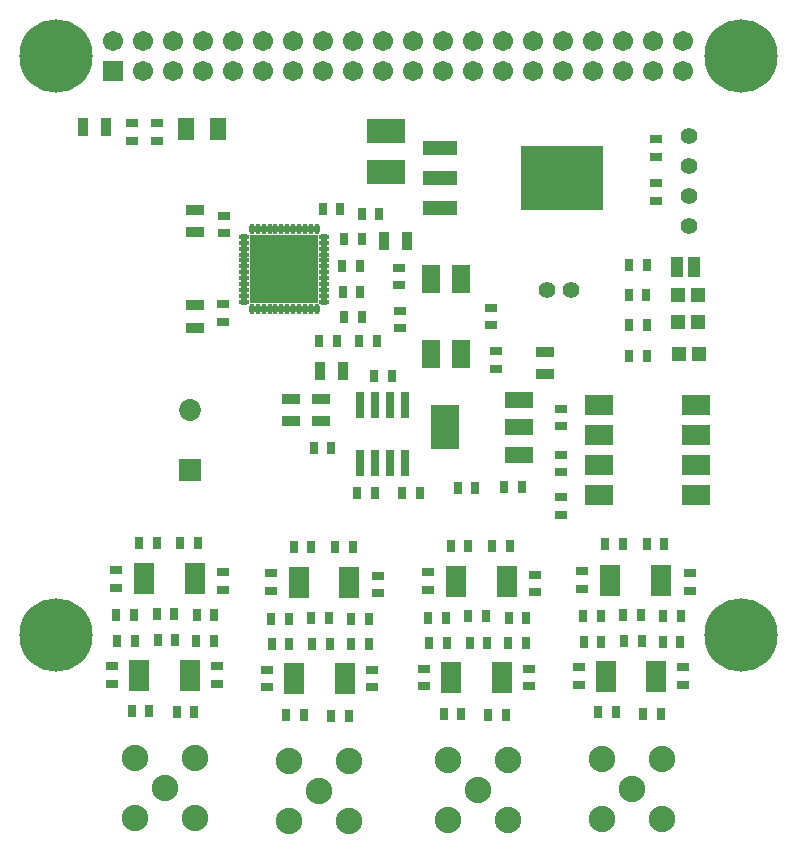
<source format=gts>
G04*
G04 #@! TF.GenerationSoftware,Altium Limited,Altium Designer,19.1.8 (144)*
G04*
G04 Layer_Color=8388736*
%FSLAX25Y25*%
%MOIN*%
G70*
G01*
G75*
%ADD38R,0.02769X0.04343*%
%ADD39R,0.04343X0.02769*%
%ADD40R,0.05918X0.03556*%
%ADD41R,0.27729X0.21469*%
%ADD42R,0.11784X0.04934*%
%ADD43R,0.09600X0.05600*%
%ADD44R,0.09461X0.14973*%
%ADD45R,0.03556X0.05918*%
%ADD46R,0.12611X0.07887*%
%ADD47R,0.05288X0.07808*%
%ADD48R,0.03044X0.08556*%
%ADD49R,0.06587X0.02690*%
%ADD50R,0.09461X0.06706*%
%ADD51R,0.04147X0.03359*%
%ADD52R,0.06312X0.09461*%
%ADD53R,0.05131X0.04737*%
%ADD54O,0.01784X0.03753*%
%ADD55O,0.03753X0.01784*%
%ADD56R,0.22847X0.22847*%
%ADD57C,0.08800*%
%ADD58R,0.06706X0.06706*%
%ADD59C,0.06706*%
%ADD60C,0.05524*%
%ADD61C,0.07296*%
%ADD62R,0.07296X0.07296*%
%ADD63C,0.24422*%
%ADD64C,0.02769*%
D38*
X244365Y250984D02*
D03*
X250271D02*
D03*
X244365Y261221D02*
D03*
X250271D02*
D03*
X244168Y271063D02*
D03*
X250074D02*
D03*
X250271Y281299D02*
D03*
X244365D02*
D03*
X193110Y206850D02*
D03*
X187205D02*
D03*
X208465Y207243D02*
D03*
X202559D02*
D03*
X159252Y244052D02*
D03*
X165157D02*
D03*
X160299Y255716D02*
D03*
X154393D02*
D03*
X155181Y263984D02*
D03*
X149275D02*
D03*
X154787Y272252D02*
D03*
X148882D02*
D03*
X148685Y280913D02*
D03*
X154590D02*
D03*
X155181Y289968D02*
D03*
X149275D02*
D03*
X161086Y298236D02*
D03*
X155181D02*
D03*
X148094Y299811D02*
D03*
X142189D02*
D03*
X141008Y255716D02*
D03*
X146913D02*
D03*
X139173Y220079D02*
D03*
X145079D02*
D03*
X168701Y205160D02*
D03*
X174606D02*
D03*
X159646D02*
D03*
X153740D02*
D03*
X250214Y188022D02*
D03*
X256119D02*
D03*
X242340D02*
D03*
X236434D02*
D03*
X204544Y187628D02*
D03*
X198639D02*
D03*
X184859D02*
D03*
X190765D02*
D03*
X152182Y187234D02*
D03*
X146277D02*
D03*
X132497D02*
D03*
X138403D02*
D03*
X100607Y188415D02*
D03*
X94702D02*
D03*
X255725Y164006D02*
D03*
X261631D02*
D03*
X242340Y164400D02*
D03*
X248245D02*
D03*
X255529Y155525D02*
D03*
X261434D02*
D03*
X242717Y155701D02*
D03*
X248622D02*
D03*
X234859Y164006D02*
D03*
X228954D02*
D03*
X235039Y155525D02*
D03*
X229134D02*
D03*
X210056Y163612D02*
D03*
X204151D02*
D03*
X196670Y164006D02*
D03*
X190765D02*
D03*
X209859Y155131D02*
D03*
X203954D02*
D03*
X197047Y155307D02*
D03*
X191142D02*
D03*
X177379Y163612D02*
D03*
X183284D02*
D03*
X177559Y155131D02*
D03*
X183465D02*
D03*
X157694Y163219D02*
D03*
X151788D02*
D03*
X144308Y163612D02*
D03*
X138403D02*
D03*
X125017Y163219D02*
D03*
X130922D02*
D03*
X157497Y154737D02*
D03*
X151592D02*
D03*
X144685Y154913D02*
D03*
X138779D02*
D03*
X125197Y154737D02*
D03*
X131102D02*
D03*
X254921Y131672D02*
D03*
X249016D02*
D03*
X234055Y132066D02*
D03*
X239961D02*
D03*
X197441Y131279D02*
D03*
X203346D02*
D03*
X188386Y131672D02*
D03*
X182480D02*
D03*
X145079Y130885D02*
D03*
X150984D02*
D03*
X130118Y131279D02*
D03*
X136024D02*
D03*
X80922Y188415D02*
D03*
X86828D02*
D03*
X106119Y164400D02*
D03*
X100214D02*
D03*
X92733Y164793D02*
D03*
X86828D02*
D03*
X73442Y164400D02*
D03*
X79347D02*
D03*
X93110Y156095D02*
D03*
X87205D02*
D03*
X105922Y155918D02*
D03*
X100017D02*
D03*
X73622Y155918D02*
D03*
X79528D02*
D03*
X93504Y132066D02*
D03*
X99410D02*
D03*
X84449Y132460D02*
D03*
X78543D02*
D03*
D39*
X198291Y266937D02*
D03*
Y261032D02*
D03*
X200000Y246654D02*
D03*
Y252559D02*
D03*
X221654Y233268D02*
D03*
Y227362D02*
D03*
Y212008D02*
D03*
Y217913D02*
D03*
Y203740D02*
D03*
Y197835D02*
D03*
X167976Y260047D02*
D03*
Y265953D02*
D03*
X167582Y280323D02*
D03*
Y274417D02*
D03*
X109315Y297646D02*
D03*
Y291740D02*
D03*
X87008Y328346D02*
D03*
Y322441D02*
D03*
X78740Y328543D02*
D03*
Y322638D02*
D03*
X253150Y302559D02*
D03*
Y308465D02*
D03*
Y317126D02*
D03*
Y323031D02*
D03*
X108921Y268118D02*
D03*
Y262213D02*
D03*
X124803Y172470D02*
D03*
Y178376D02*
D03*
X160647Y171700D02*
D03*
Y177605D02*
D03*
X177165Y172864D02*
D03*
Y178770D02*
D03*
X213009Y172094D02*
D03*
Y177999D02*
D03*
X228740Y179163D02*
D03*
Y173258D02*
D03*
X264584Y178393D02*
D03*
Y172487D02*
D03*
X262414Y141142D02*
D03*
Y147047D02*
D03*
X227538Y141142D02*
D03*
Y147047D02*
D03*
X210840Y146653D02*
D03*
Y140748D02*
D03*
X175964Y146653D02*
D03*
Y140748D02*
D03*
X158477Y146260D02*
D03*
Y140354D02*
D03*
X123601Y146260D02*
D03*
Y140354D02*
D03*
X73228Y173652D02*
D03*
Y179557D02*
D03*
X109072Y172881D02*
D03*
Y178787D02*
D03*
X72026Y147441D02*
D03*
Y141535D02*
D03*
X106903Y147441D02*
D03*
Y141535D02*
D03*
D40*
X216142Y252165D02*
D03*
Y244685D02*
D03*
X99472Y292134D02*
D03*
Y299614D02*
D03*
Y260244D02*
D03*
Y267724D02*
D03*
X131756Y236622D02*
D03*
Y229142D02*
D03*
X141598Y236622D02*
D03*
Y229142D02*
D03*
D41*
X222028Y310236D02*
D03*
D42*
X181280Y300236D02*
D03*
Y310236D02*
D03*
Y320236D02*
D03*
D43*
X207476Y217938D02*
D03*
Y227038D02*
D03*
Y236138D02*
D03*
D44*
X183075Y227038D02*
D03*
D45*
X170141Y289181D02*
D03*
X162661D02*
D03*
X69882Y327165D02*
D03*
X62402D02*
D03*
X148865Y245874D02*
D03*
X141384D02*
D03*
D46*
X163386Y312106D02*
D03*
Y325689D02*
D03*
D47*
X96732Y326378D02*
D03*
X107205D02*
D03*
D48*
X154705Y234547D02*
D03*
X159705D02*
D03*
X164705D02*
D03*
X169705D02*
D03*
Y215059D02*
D03*
X164705D02*
D03*
X159705D02*
D03*
X154705D02*
D03*
D49*
X97929Y140547D02*
D03*
Y143106D02*
D03*
Y145665D02*
D03*
Y148224D02*
D03*
X81000D02*
D03*
Y145665D02*
D03*
Y143106D02*
D03*
Y140547D02*
D03*
X186532Y171907D02*
D03*
Y174467D02*
D03*
Y177026D02*
D03*
Y179585D02*
D03*
X203462D02*
D03*
Y177026D02*
D03*
Y174467D02*
D03*
Y171907D02*
D03*
X184937Y139760D02*
D03*
Y142319D02*
D03*
Y144878D02*
D03*
Y147437D02*
D03*
X201866D02*
D03*
Y144878D02*
D03*
Y142319D02*
D03*
Y139760D02*
D03*
X134170Y171514D02*
D03*
Y174073D02*
D03*
Y176632D02*
D03*
Y179191D02*
D03*
X151099D02*
D03*
Y176632D02*
D03*
Y174073D02*
D03*
Y171514D02*
D03*
X132575Y139366D02*
D03*
Y141925D02*
D03*
Y144484D02*
D03*
Y147043D02*
D03*
X149504D02*
D03*
Y144484D02*
D03*
Y141925D02*
D03*
Y139366D02*
D03*
X82595Y172695D02*
D03*
Y175254D02*
D03*
Y177813D02*
D03*
Y180372D02*
D03*
X99525D02*
D03*
Y177813D02*
D03*
Y175254D02*
D03*
Y172695D02*
D03*
X255036Y172301D02*
D03*
Y174860D02*
D03*
Y177419D02*
D03*
Y179978D02*
D03*
X238107D02*
D03*
Y177419D02*
D03*
Y174860D02*
D03*
Y172301D02*
D03*
X253441Y140154D02*
D03*
Y142713D02*
D03*
Y145272D02*
D03*
Y147831D02*
D03*
X236512D02*
D03*
Y145272D02*
D03*
Y142713D02*
D03*
Y140154D02*
D03*
D50*
X234252Y234409D02*
D03*
Y224410D02*
D03*
Y214409D02*
D03*
Y204409D02*
D03*
X266535Y234409D02*
D03*
Y224410D02*
D03*
Y214409D02*
D03*
Y204409D02*
D03*
D51*
X260236Y278937D02*
D03*
X265945D02*
D03*
X260236Y282283D02*
D03*
X265945D02*
D03*
D52*
X188212Y276583D02*
D03*
X178212D02*
D03*
X188212Y251386D02*
D03*
X178212D02*
D03*
D53*
X267200Y271063D02*
D03*
X260507D02*
D03*
X260901Y251378D02*
D03*
X267594D02*
D03*
X267200Y262008D02*
D03*
X260507D02*
D03*
D54*
X118567Y266445D02*
D03*
X120535D02*
D03*
X122504D02*
D03*
X124472D02*
D03*
X126441D02*
D03*
X128409D02*
D03*
X130378D02*
D03*
X132346D02*
D03*
X134315D02*
D03*
X136283D02*
D03*
X138252D02*
D03*
X140220D02*
D03*
Y293020D02*
D03*
X138252D02*
D03*
X136283D02*
D03*
X134315D02*
D03*
X132346D02*
D03*
X130378D02*
D03*
X128409D02*
D03*
X126441D02*
D03*
X124472D02*
D03*
X122504D02*
D03*
X120535D02*
D03*
X118567D02*
D03*
D55*
X142681Y268905D02*
D03*
Y270874D02*
D03*
Y272843D02*
D03*
Y274811D02*
D03*
Y276780D02*
D03*
Y278748D02*
D03*
Y280716D02*
D03*
Y282685D02*
D03*
Y284653D02*
D03*
Y286622D02*
D03*
Y288591D02*
D03*
Y290559D02*
D03*
X116106D02*
D03*
Y288591D02*
D03*
Y286622D02*
D03*
Y284653D02*
D03*
Y282685D02*
D03*
Y280716D02*
D03*
Y278748D02*
D03*
Y276780D02*
D03*
Y274811D02*
D03*
Y272843D02*
D03*
Y270874D02*
D03*
Y268905D02*
D03*
D56*
X129393Y279732D02*
D03*
D57*
X245276Y106486D02*
D03*
X255276Y116486D02*
D03*
Y96486D02*
D03*
X235276Y116486D02*
D03*
Y96486D02*
D03*
X194095Y106093D02*
D03*
X204095Y116093D02*
D03*
Y96092D02*
D03*
X184095Y116093D02*
D03*
Y96092D02*
D03*
X140945Y105699D02*
D03*
X150945Y115699D02*
D03*
Y95699D02*
D03*
X130945Y115699D02*
D03*
Y95699D02*
D03*
X89764Y106880D02*
D03*
X99764Y116880D02*
D03*
Y96880D02*
D03*
X79764Y116880D02*
D03*
Y96880D02*
D03*
D58*
X72331Y345709D02*
D03*
D59*
Y355709D02*
D03*
X82331Y345709D02*
D03*
Y355709D02*
D03*
X92331Y345709D02*
D03*
Y355709D02*
D03*
X102331Y345709D02*
D03*
Y355709D02*
D03*
X112331Y345709D02*
D03*
Y355709D02*
D03*
X122331Y345709D02*
D03*
Y355709D02*
D03*
X132331Y345709D02*
D03*
Y355709D02*
D03*
X142331Y345709D02*
D03*
Y355709D02*
D03*
X152331Y345709D02*
D03*
Y355709D02*
D03*
X162331Y345709D02*
D03*
Y355709D02*
D03*
X172331Y345709D02*
D03*
Y355709D02*
D03*
X182331Y345709D02*
D03*
Y355709D02*
D03*
X192331Y345709D02*
D03*
Y355709D02*
D03*
X202331Y345709D02*
D03*
Y355709D02*
D03*
X212331Y345709D02*
D03*
Y355709D02*
D03*
X222331Y345709D02*
D03*
Y355709D02*
D03*
X262331D02*
D03*
Y345709D02*
D03*
X252331Y355709D02*
D03*
Y345709D02*
D03*
X242331Y355709D02*
D03*
Y345709D02*
D03*
X232331Y355709D02*
D03*
Y345709D02*
D03*
D60*
X224803Y272835D02*
D03*
X216929D02*
D03*
X264173Y294173D02*
D03*
Y304173D02*
D03*
Y324173D02*
D03*
Y314173D02*
D03*
D61*
X98032Y232992D02*
D03*
D62*
Y212992D02*
D03*
D63*
X53158Y350709D02*
D03*
Y157795D02*
D03*
X281504Y350709D02*
D03*
Y157795D02*
D03*
D64*
X120732Y271071D02*
D03*
Y275402D02*
D03*
Y279732D02*
D03*
Y284063D02*
D03*
Y288394D02*
D03*
X125063Y271071D02*
D03*
Y275402D02*
D03*
Y279732D02*
D03*
Y284063D02*
D03*
Y288394D02*
D03*
X129393Y271071D02*
D03*
Y275402D02*
D03*
Y279732D02*
D03*
Y284063D02*
D03*
Y288394D02*
D03*
X133724Y271071D02*
D03*
Y275402D02*
D03*
Y279732D02*
D03*
Y284063D02*
D03*
Y288394D02*
D03*
X138055Y271071D02*
D03*
Y275402D02*
D03*
Y279732D02*
D03*
Y284063D02*
D03*
Y288394D02*
D03*
M02*

</source>
